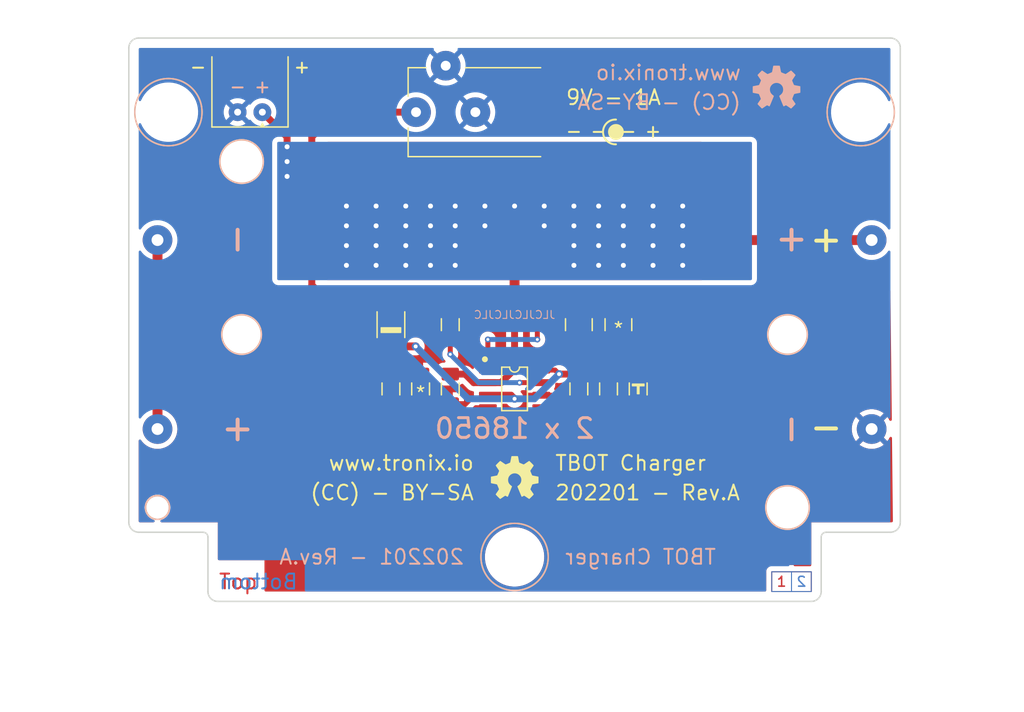
<source format=kicad_pcb>
(kicad_pcb (version 20211014) (generator pcbnew)
  (title_block (title "TBOT - Charger 2x18650") (date "01/2022") (rev "A"))
  (layers (0 "F.Cu" signal) (31 "B.Cu" signal) (34 "B.Paste" user) (35 "F.Paste" user) (36 "B.SilkS" user "B.Silkscreen") (37 "F.SilkS" user "F.Silkscreen") (38 "B.Mask" user) (39 "F.Mask" user) (44 "Edge.Cuts" user))
  (net 0 "")
  (net 1 "GND")
  (net 2 "Net-(IC1-Pad7)")
  (net 3 "Net-(IC1-Pad5)")
  (net 4 "Net-(BT1-Pad1)")
  (net 5 "VBAT")
  (net 6 "VIN")
  (net 7 "Net-(LED1-Pad2)")
  (net 8 "Net-(R4-Pad2)")
  (net 9 "Net-(IC1-Pad1)")
  (net 10 "Net-(IC1-Pad4)")
  (net 11 "Net-(D1-Pad2)")
  (footprint "tronixio:SOD-128" (layer "F.Cu") (at 126.5 73 90)
    (fp_text reference "D1")
    (fp_text value "PMEG3030")
    (fp_line (start -1.3 1.4) (end 1.3 1.4) (layer "F.SilkS") (width 0.15))
    (fp_line (start -1.3 -1.4) (end 1.3 -1.4) (layer "F.SilkS") (width 0.15))
    (fp_rect (start -0.8 1) (end -0.3 -1) (layer "F.SilkS") (width 0.1) (fill solid))
    (pad "1" smd roundrect locked (at -2.2 0 90) (size 1.5 2.1) (layers "F.Cu" "F.Paste" "F.Mask") (roundrect_rratio 0.15) (net 6 "VIN"))
    (pad "2" smd roundrect locked (at 2.2 0 90) (size 1.5 2.1) (layers "F.Cu" "F.Paste" "F.Mask") (roundrect_rratio 0.15) (net 11 "Net-(D1-Pad2)"))
  )
  (footprint "tronixio:RESISTOR-1206" (layer "F.Cu") (at 129.5 79.5 -90)
    (fp_text reference "R6")
    (fp_text value "36K")
    (fp_line (start -0.6 0.9) (end 0.6 0.9) (layer "F.SilkS") (width 0.15))
    (fp_line (start -0.6 -0.9) (end 0.6 -0.9) (layer "F.SilkS") (width 0.15))
    (pad "1" smd roundrect (at -1.5 0 270) (size 1.3 1.75) (layers "F.Cu" "F.Paste" "F.Mask") (roundrect_rratio 0.15) (net 1 "GND"))
    (pad "2" smd roundrect (at 1.5 0 270) (size 1.3 1.75) (layers "F.Cu" "F.Paste" "F.Mask") (roundrect_rratio 0.15) (net 10 "Net-(IC1-Pad4)"))
  )
  (footprint "tronixio:RESISTOR-1206" (layer "F.Cu") (at 126.5 79.5 90)
    (fp_text reference "R5")
    (fp_text value "10K")
    (fp_line (start -0.6 -0.9) (end 0.6 -0.9) (layer "F.SilkS") (width 0.15))
    (fp_line (start -0.6 0.9) (end 0.6 0.9) (layer "F.SilkS") (width 0.15))
    (pad "1" smd roundrect (at -1.5 0 90) (size 1.3 1.75) (layers "F.Cu" "F.Paste" "F.Mask") (roundrect_rratio 0.15) (net 10 "Net-(IC1-Pad4)"))
    (pad "2" smd roundrect (at 1.5 0 90) (size 1.3 1.75) (layers "F.Cu" "F.Paste" "F.Mask") (roundrect_rratio 0.15) (net 6 "VIN"))
  )
  (footprint "tronixio:CAPACITOR-1206" (layer "F.Cu") (at 145.5 79.5 -90)
    (fp_text reference "C1")
    (fp_text value "100n")
    (fp_line (start -0.6 0.9) (end 0.6 0.9) (layer "F.SilkS") (width 0.15))
    (fp_line (start -0.6 -0.9) (end 0.6 -0.9) (layer "F.SilkS") (width 0.15))
    (pad "1" smd roundrect (at -1.5 0 270) (size 1.3 1.75) (layers "F.Cu" "F.Paste" "F.Mask") (roundrect_rratio 0.15) (net 6 "VIN"))
    (pad "2" smd roundrect (at 1.5 0 270) (size 1.3 1.75) (layers "F.Cu" "F.Paste" "F.Mask") (roundrect_rratio 0.15) (net 1 "GND"))
  )
  (footprint "tronixio:RESISTOR-1206" (layer "F.Cu") (at 148.5 79.5 -90)
    (fp_text reference "R1")
    (fp_text value "4K7")
    (fp_line (start -0.6 0.9) (end 0.6 0.9) (layer "F.SilkS") (width 0.15))
    (fp_line (start -0.6 -0.9) (end 0.6 -0.9) (layer "F.SilkS") (width 0.15))
    (pad "1" smd roundrect (at -1.5 0 270) (size 1.3 1.75) (layers "F.Cu" "F.Paste" "F.Mask") (roundrect_rratio 0.15) (net 7 "Net-(LED1-Pad2)"))
    (pad "2" smd roundrect (at 1.5 0 270) (size 1.3 1.75) (layers "F.Cu" "F.Paste" "F.Mask") (roundrect_rratio 0.15) (net 3 "Net-(IC1-Pad5)"))
  )
  (footprint "tronixio:CUI-PJ-102AH" (layer "F.Cu") (at 129.0375 51.5 90)
    (fp_text reference "K1")
    (fp_text value "Charger")
    (fp_line (start 4.5 12.6) (end 4.5 5) (layer "F.SilkS") (width 0.15))
    (fp_line (start -4.5 12.6) (end -4.5 -0.8) (layer "F.SilkS") (width 0.15))
    (fp_line (start -4.5 -0.8) (end -1.6 -0.8) (layer "F.SilkS") (width 0.15))
    (fp_line (start 1.6 -0.8) (end 4.5 -0.8) (layer "F.SilkS") (width 0.15))
    (fp_line (start 4.5 1) (end 4.5 -0.8) (layer "F.SilkS") (width 0.15))
    (pad "1" thru_hole circle locked (at 0 0 90) (size 3 3) (drill 1) (layers *.Cu *.Mask) (net 11 "Net-(D1-Pad2)"))
    (pad "2" thru_hole circle locked (at 0 6 90) (size 3 3) (drill 1) (layers *.Cu *.Mask) (net 1 "GND"))
    (pad "3" thru_hole circle locked (at 4.7 3 90) (size 3 3) (drill 1) (layers *.Cu *.Mask) (net 1 "GND"))
  )
  (footprint "tronixio:CAPACITOR-1206" (layer "F.Cu") (at 132.5 79.5 -90)
    (fp_text reference "C2")
    (fp_text value "1µ")
    (fp_line (start -0.6 0.9) (end 0.6 0.9) (layer "F.SilkS") (width 0.15))
    (fp_line (start -0.6 -0.9) (end 0.6 -0.9) (layer "F.SilkS") (width 0.15))
    (pad "1" smd roundrect (at -1.5 0 270) (size 1.3 1.75) (layers "F.Cu" "F.Paste" "F.Mask") (roundrect_rratio 0.15) (net 5 "VBAT"))
    (pad "2" smd roundrect (at 1.5 0 270) (size 1.3 1.75) (layers "F.Cu" "F.Paste" "F.Mask") (roundrect_rratio 0.15) (net 1 "GND"))
  )
  (footprint "tronixio:SOT-223-3" (layer "F.Cu") (at 139 68.35 90)
    (fp_text reference "T1")
    (fp_text value "STN790A")
    (pad "1" smd roundrect locked (at -3.15 -2.3 90) (size 2 1.5) (layers "F.Cu" "F.Paste" "F.Mask") (roundrect_rratio 0.15) (net 8 "Net-(R4-Pad2)"))
    (pad "2" smd roundrect locked (at 3.15 0 90) (size 2 3.8) (layers "F.Cu" "F.Paste" "F.Mask") (roundrect_rratio 0.15) (net 5 "VBAT"))
    (pad "2" smd roundrect locked (at -3.15 0 90) (size 2 1.5) (layers "F.Cu" "F.Paste" "F.Mask") (roundrect_rratio 0.15) (net 5 "VBAT"))
    (pad "3" smd roundrect locked (at -3.15 2.3 90) (size 2 1.5) (layers "F.Cu" "F.Paste" "F.Mask") (roundrect_rratio 0.15) (net 9 "Net-(IC1-Pad1)"))
  )
  (footprint "tronixio:RESISTOR-1210" (layer "F.Cu") (at 145.5 73 90)
    (fp_text reference "R2")
    (fp_text value "0Ω1")
    (fp_line (start -0.6 1.35) (end 0.6 1.35) (layer "F.SilkS") (width 0.15))
    (fp_line (start -0.6 -1.35) (end 0.6 -1.35) (layer "F.SilkS") (width 0.15))
    (pad "1" smd roundrect (at -1.5 0 90) (size 1.3 2.65) (layers "F.Cu" "F.Paste" "F.Mask") (roundrect_rratio 0.15) (net 6 "VIN"))
    (pad "2" smd roundrect (at 1.5 0 90) (size 1.3 2.65) (layers "F.Cu" "F.Paste" "F.Mask") (roundrect_rratio 0.15) (net 9 "Net-(IC1-Pad1)"))
  )
  (footprint "tronixio:THERMISTOR" (layer "F.Cu") (at 111.39 74 180)
    (fp_text reference "TH1")
    (fp_text value "10K")
    (pad "1" smd roundrect locked (at -4 0 270) (size 1.2 2) (layers "F.Cu" "F.Paste" "F.Mask") (roundrect_rratio 0.15) (net 10 "Net-(IC1-Pad4)"))
    (pad "2" smd roundrect locked (at 4 0 270) (size 1.2 2) (layers "F.Cu" "F.Paste" "F.Mask") (roundrect_rratio 0.15) (net 1 "GND"))
  )
  (footprint "tronixio:LED-1206" (layer "F.Cu") (at 151.5 79.5 90)
    (fp_text reference "LED1")
    (fp_text value "Charging")
    (fp_line (start -0.6 0.9) (end 0.6 0.9) (layer "F.SilkS") (width 0.15))
    (fp_line (start -0.6 -0.9) (end 0.6 -0.9) (layer "F.SilkS") (width 0.15))
    (fp_poly (pts (xy 0.5 0.6) (xy 0.3 0.6) (xy 0.3 0.1) (xy -0.5 0.1) (xy -0.5 -0.1) (xy 0.3 -0.1) (xy 0.3 -0.6) (xy 0.5 -0.6)) (layer "F.SilkS") (width 0.1) (fill solid))
    (pad "1" smd roundrect (at -1.5 0 90) (size 1.3 1.75) (layers "F.Cu" "F.Paste" "F.Mask") (roundrect_rratio 0.15) (net 1 "GND"))
    (pad "2" smd roundrect (at 1.5 0 90) (size 1.3 1.75) (layers "F.Cu" "F.Paste" "F.Mask") (roundrect_rratio 0.15) (net 7 "Net-(LED1-Pad2)"))
  )
  (footprint "tronixio:MOLEX-22057025" (layer "F.Cu") (at 113.5 51.5)
    (fp_text reference "K2")
    (fp_text value "Battery")
    (fp_line (start -5.1 -5.6) (end -5.1 1.5) (layer "F.SilkS") (width 0.15))
    (fp_line (start -5.1 1.5) (end 2.6 1.5) (layer "F.SilkS") (width 0.15))
    (fp_line (start 2.6 1.5) (end 2.6 -5.6) (layer "F.SilkS") (width 0.15))
    (fp_poly (pts (xy 0.2 1.5) (xy -0.2 1.5) (xy 0 1.1)) (layer "F.SilkS") (width 0.1) (fill solid))
    (pad "1" thru_hole circle (at 0 0) (size 1.8 1.8) (drill 0.7) (layers *.Cu *.Mask) (net 5 "VBAT"))
    (pad "2" thru_hole circle (at -2.5 0) (size 1.8 1.8) (drill 0.7) (layers *.Cu *.Mask) (net 1 "GND"))
  )
  (footprint "tronixio:RESISTOR-1210" (layer "F.Cu") (at 149.5 73 90)
    (fp_text reference "R3")
    (fp_text value "0Ω1")
    (fp_line (start -0.6 1.35) (end 0.6 1.35) (layer "F.SilkS") (width 0.15))
    (fp_line (start -0.6 -1.35) (end 0.6 -1.35) (layer "F.SilkS") (width 0.15))
    (pad "1" smd roundrect (at -1.5 0 90) (size 1.3 2.65) (layers "F.Cu" "F.Paste" "F.Mask") (roundrect_rratio 0.15) (net 6 "VIN"))
    (pad "2" smd roundrect (at 1.5 0 90) (size 1.3 2.65) (layers "F.Cu" "F.Paste" "F.Mask") (roundrect_rratio 0.15) (net 9 "Net-(IC1-Pad1)"))
  )
  (footprint "tronixio:SOIC-08" (layer "F.Cu") (at 139 79.5)
    (fp_text reference "IC1")
    (fp_text value "BQ2057W")
    (fp_line (start -0.5 -2.2) (end -1.3 -2.2) (layer "F.SilkS") (width 0.15))
    (fp_line (start 1.3 2.2) (end -1.3 2.2) (layer "F.SilkS") (width 0.15))
    (fp_line (start 1.3 2.2) (end 1.3 -2.2) (layer "F.SilkS") (width 0.15))
    (fp_line (start 1.3 -2.2) (end 0.5 -2.2) (layer "F.SilkS") (width 0.15))
    (fp_line (start -1.3 -2.2) (end -1.3 2.2) (layer "F.SilkS") (width 0.15))
    (fp_arc (start 0.5 -2.2) (mid 0 -1.7) (end -0.5 -2.2) (layer "F.SilkS") (width 0.15))
    (pad "1" smd roundrect locked (at -2.7 -1.905) (size 1.8 0.7) (layers "F.Cu" "F.Paste" "F.Mask") (roundrect_rratio 0.15) (net 9 "Net-(IC1-Pad1)"))
    (pad "2" smd roundrect locked (at -2.7 -0.635) (size 1.8 0.7) (layers "F.Cu" "F.Paste" "F.Mask") (roundrect_rratio 0.15) (net 5 "VBAT"))
    (pad "3" smd roundrect locked (at -2.7 0.635) (size 1.8 0.7) (layers "F.Cu" "F.Paste" "F.Mask") (roundrect_rratio 0.15) (net 6 "VIN"))
    (pad "4" smd roundrect locked (at -2.7 1.905) (size 1.8 0.7) (layers "F.Cu" "F.Paste" "F.Mask") (roundrect_rratio 0.15) (net 10 "Net-(IC1-Pad4)"))
    (pad "5" smd roundrect locked (at 2.7 1.905) (size 1.8 0.7) (layers "F.Cu" "F.Paste" "F.Mask") (roundrect_rratio 0.15) (net 3 "Net-(IC1-Pad5)"))
    (pad "6" smd roundrect locked (at 2.7 0.635) (size 1.8 0.7) (layers "F.Cu" "F.Paste" "F.Mask") (roundrect_rratio 0.15) (net 1 "GND"))
    (pad "7" smd roundrect locked (at 2.7 -0.635) (size 1.8 0.7) (layers "F.Cu" "F.Paste" "F.Mask") (roundrect_rratio 0.15) (net 2 "Net-(IC1-Pad7)"))
    (pad "8" smd roundrect locked (at 2.7 -1.905) (size 1.8 0.7) (layers "F.Cu" "F.Paste" "F.Mask") (roundrect_rratio 0.15) (net 6 "VIN"))
  )
  (footprint "tronixio:RESISTOR-1206" (layer "F.Cu") (at 132.5 73 90)
    (fp_text reference "R4")
    (fp_text value "1K")
    (fp_line (start -0.6 0.9) (end 0.6 0.9) (layer "F.SilkS") (width 0.15))
    (fp_line (start -0.6 -0.9) (end 0.6 -0.9) (layer "F.SilkS") (width 0.15))
    (pad "1" smd roundrect (at -1.5 0 90) (size 1.3 1.75) (layers "F.Cu" "F.Paste" "F.Mask") (roundrect_rratio 0.15) (net 2 "Net-(IC1-Pad7)"))
    (pad "2" smd roundrect (at 1.5 0 90) (size 1.3 1.75) (layers "F.Cu" "F.Paste" "F.Mask") (roundrect_rratio 0.15) (net 8 "Net-(R4-Pad2)"))
  )
  (footprint "tronixio:OSHW-5MM" (layer "F.Cu") (at 139 88.5)
    (fp_text reference "GB" hide)
    (fp_text value "LOGO" hide)
    (fp_poly (pts (xy 0.112503 -2.205305) (xy 0.188585 -2.204991) (xy 0.245175 -2.204139) (xy 0.285349 -2.202485) (xy 0.312183 -2.19976) (xy 0.328754 -2.195697) (xy 0.338137 -2.190029) (xy 0.343407 -2.182489) (xy 0.346067 -2.176502) (xy 0.351819 -2.155872) (xy 0.361219 -2.114019) (xy 0.373445 -2.054971) (xy 0.387673 -1.982754) (xy 0.403082 -1.901397) (xy 0.410766 -1.859685) (xy 0.426304 -1.776128) (xy 0.440921 -1.700487) (xy 0.453831 -1.636607) (xy 0.464245 -1.58833) (xy 0.471376 -1.559501) (xy 0.473495 -1.553524) (xy 0.487624 -1.543829) (xy 0.520987 -1.52669) (xy 0.568967 -1.504087) (xy 0.626948 -1.477998) (xy 0.690314 -1.450405) (xy 0.754449 -1.423285) (xy 0.814737 -1.398618) (xy 0.866561 -1.378383) (xy 0.905305 -1.36456) (xy 0.926354 -1.359128) (xy 0.92691 -1.359112) (xy 0.941518 -1.366107) (xy 0.97411 -1.385773) (xy 1.021624 -1.416127) (xy 1.080997 -1.455189) (xy 1.149167 -1.500978) (xy 1.204337 -1.538617) (xy 1.276991 -1.58813) (xy 1.343025 -1.632413) (xy 1.399403 -1.669487) (xy 1.443088 -1.697374) (xy 1.471043 -1.714097) (xy 1.47988 -1.718122) (xy 1.493641 -1.709282) (xy 1.521915 -1.684807) (xy 1.561669 -1.647768) (xy 1.609873 -1.601234) (xy 1.663495 -1.548276) (xy 1.719505 -1.491962) (xy 1.774871 -1.435363) (xy 1.826562 -1.381549) (xy 1.871548 -1.33359) (xy 1.906797 -1.294555) (xy 1.929278 -1.267514) (xy 1.936093 -1.256075) (xy 1.930212 -1.239792) (xy 1.912193 -1.207543) (xy 1.881475 -1.158462) (xy 1.837495 -1.091686) (xy 1.779689 -1.00635) (xy 1.707495 -0.901591) (xy 1.671879 -0.850344) (xy 1.638824 -0.80126) (xy 1.612148 -0.758563) (xy 1.594893 -0.727324) (xy 1.589904 -0.713655) (xy 1.594754 -0.697334) (xy 1.608013 -0.662128) (xy 1.62775 -0.612617) (xy 1.652031 -0.55338) (xy 1.678922 -0.488996) (xy 1.706491 -0.424047) (xy 1.732803 -0.363111) (xy 1.755927 -0.310768) (xy 1.773928 -0.271598) (xy 1.784874 -0.25018) (xy 1.786526 -0.247868) (xy 1.800495 -0.243726) (xy 1.836105 -0.235699) (xy 1.889773 -0.224522) (xy 1.957915 -0.210929) (xy 2.036948 -0.195656) (xy 2.090365 -0.185568) (xy 2.175183 -0.169544) (xy 2.252099 -0.15474) (xy 2.317349 -0.141901) (xy 2.367173 -0.131773) (xy 2.397809 -0.125104) (xy 2.405431 -0.123066) (xy 2.411063 -0.116814) (xy 2.415426 -0.101095) (xy 2.418668 -0.073197) (xy 2.420933 -0.030409) (xy 2.422366 0.02998) (xy 2.423114 0.110684) (xy 2.423321 0.210293) (xy 2.423202 0.310587) (xy 2.422711 0.388201) (xy 2.421649 0.446096) (xy 2.419816 0.487237) (xy 2.417013 0.514584) (xy 2.41304 0.531101) (xy 2.407697 0.53975) (xy 2.400883 0.543466) (xy 2.378661 0.548625) (xy 2.338314 0.556746) (xy 2.286985 0.566415) (xy 2.263049 0.570744) (xy 2.127407 0.595376) (xy 2.016332 0.616479) (xy 1.929018 0.634225) (xy 1.864656 0.64879) (xy 1.82244 0.660347) (xy 1.801562 0.66907) (xy 1.79987 0.670496) (xy 1.791465 0.686078) (xy 1.775685 0.720992) (xy 1.754362 0.770707) (xy 1.729327 0.830694) (xy 1.702414 0.896422) (xy 1.675454 0.96336) (xy 1.650281 1.026979) (xy 1.628726 1.082748) (xy 1.612622 1.126137) (xy 1.603801 1.152615) (xy 1.602692 1.157988) (xy 1.610028 1.172767) (xy 1.63143 1.207108) (xy 1.666036 1.259722) (xy 1.712983 1.329322) (xy 1.771408 1.414621) (xy 1.840447 1.51433) (xy 1.867654 1.553391) (xy 1.897811 1.599113) (xy 1.921185 1.639288) (xy 1.934376 1.667841) (xy 1.936093 1.675677) (xy 1.927103 1.692014) (xy 1.901418 1.723855) (xy 1.860965 1.769075) (xy 1.807672 1.82555) (xy 1.743466 1.891154) (xy 1.71296 1.921664) (xy 1.643302 1.990709) (xy 1.589314 2.043494) (xy 1.548612 2.081971) (xy 1.518813 2.108091) (xy 1.497532 2.123805) (xy 1.482386 2.131066) (xy 1.470991 2.131825) (xy 1.460964 2.128033) (xy 1.460917 2.128008) (xy 1.441892 2.116253) (xy 1.405419 2.09234) (xy 1.355138 2.058707) (xy 1.294686 2.017792) (xy 1.227702 1.972033) (xy 1.210483 1.960205) (xy 1.143557 1.914694) (xy 1.083189 1.874607) (xy 1.032748 1.842104) (xy 0.995605 1.819344) (xy 0.975129 1.808488) (xy 0.972784 1.807875) (xy 0.955044 1.813477) (xy 0.920428 1.82855) (xy 0.874685 1.850498) (xy 0.843591 1.866246) (xy 0.794692 1.890329) (xy 0.754091 1.908142) (xy 0.727189 1.917434) (xy 0.719661 1.917874) (xy 0.71184 1.904564) (xy 0.695873 1.87093) (xy 0.673276 1.820398) (xy 0.645566 1.756397) (xy 0.614262 1.682354) (xy 0.595951 1.638326) (xy 0.555205 1.539832) (xy 0.509885 1.430374) (xy 0.463588 1.318629) (xy 0.419909 1.213275) (xy 0.382617 1.123407) (xy 0.352192 1.049365) (xy 0.325466 0.982847) (xy 0.303922 0.927668) (xy 0.289044 0.887646) (xy 0.282318 0.866596) (xy 0.28208 0.86489) (xy 0.291868 0.850064) (xy 0.317767 0.825757) (xy 0.354572 0.796754) (xy 0.362216 0.791216) (xy 0.47362 0.699405) (xy 0.560778 0.600114) (xy 0.624272 0.492284) (xy 0.664684 0.374854) (xy 0.682594 0.246763) (xy 0.683668 0.205149) (xy 0.672966 0.079705) (xy 0.639876 -0.035509) (xy 0.583362 -0.143051) (xy 0.502387 -0.245478) (xy 0.500128 -0.247901) (xy 0.404266 -0.332655) (xy 0.297367 -0.395917) (xy 0.182586 -0.437559) (xy 0.063074 -0.45745) (xy -0.058015 -0.455461) (xy -0.177529 -0.431461) (xy -0.292317 -0.38532) (xy -0.399224 -0.316909) (xy -0.435557 -0.286461) (xy -0.524789 -0.19034) (xy -0.590858 -0.083248) (xy -0.63358 0.034398) (xy -0.65277 0.162186) (xy -0.653912 0.203806) (xy -0.64477 0.331905) (xy -0.616397 0.446756) (xy -0.567372 0.551025) (xy -0.496276 0.647379) (xy -0.401689 0.738486) (xy -0.345898 0.782346) (xy -0.305473 0.814275) (xy -0.274554 0.84243) (xy -0.257973 0.862253) (xy -0.256436 0.866724) (xy -0.261189 0.882472) (xy -0.274692 0.919019) (xy -0.295811 0.973504) (xy -0.323413 1.043065) (xy -0.356365 1.124837) (xy -0.393532 1.21596) (xy -0.424781 1.291835) (xy -0.466473 1.392714) (xy -0.506757 1.490316) (xy -0.54414 1.581016) (xy -0.57713 1.661187) (xy -0.604234 1.727202) (xy -0.623959 1.775436) (xy -0.631922 1.795053) (xy -0.656173 1.85428) (xy -0.675445 1.89208) (xy -0.695005 1.910535) (xy -0.720119 1.911726) (xy -0.756055 1.897735) (xy -0.80808 1.870643) (xy -0.814523 1.867212) (xy -0.863833 1.841835) (xy -0.905672 1.821875) (xy -0.934272 1.810004) (xy -0.942679 1.807875) (xy -0.957624 1.814831) (xy -0.990452 1.834339) (xy -1.037961 1.864353) (xy -1.096948 1.902829) (xy -1.164211 1.947723) (xy -1.20379 1.974558) (xy -1.273782 2.022017) (xy -1.336742 2.064219) (xy -1.389581 2.099132) (xy -1.429212 2.124728) (xy -1.452547 2.138976) (xy -1.457362 2.141242) (xy -1.468597 2.132572) (xy -1.495354 2.108206) (xy -1.53505 2.070611) (xy -1.585104 2.022252) (xy -1.642932 1.965596) (xy -1.688443 1.920545) (xy -1.754363 1.854061) (xy -1.811428 1.794627) (xy -1.857492 1.744605) (xy -1.890411 1.706358) (xy -1.908038 1.682247) (xy -1.910449 1.676115) (xy -1.903342 1.656709) (xy -1.88402 1.621725) (xy -1.855484 1.576225) (xy -1.822794 1.528185) (xy -1.761853 1.44109) (xy -1.706889 1.361082) (xy -1.659529 1.29063) (xy -1.621397 1.232204) (xy -1.594118 1.188276) (xy -1.579316 1.161316) (xy -1.577082 1.154608) (xy -1.581837 1.136716) (xy -1.594857 1.099854) (xy -1.614275 1.048609) (xy -1.638222 0.987568) (xy -1.664831 0.921316) (xy -1.692235 0.854442) (xy -1.718566 0.791531) (xy -1.741957 0.737171) (xy -1.76054 0.695948) (xy -1.772447 0.672449) (xy -1.774702 0.66925) (xy -1.791569 0.66222) (xy -1.829891 0.651729) (xy -1.885847 0.638647) (xy -1.955617 0.623842) (xy -2.035381 0.608183) (xy -2.07828 0.60022) (xy -2.161621 0.584627) (xy -2.236906 0.569745) (xy -2.300315 0.556391) (xy -2.348033 0.545387) (xy -2.37624 0.537551) (xy -2.381867 0.535051) (xy -2.387099 0.524908) (xy -2.390991 0.502231) (xy -2.393638 0.46456) (xy -2.395134 0.409435) (xy -2.395573 0.334397) (xy -2.39505 0.236985) (xy -2.394689 0.200194) (xy -2.391267 -0.121807) (xy -2.282282 -0.143659) (xy -2.229898 -0.153965) (xy -2.160108 -0.167419) (xy -2.080727 -0.182526) (xy -1.999569 -0.197795) (xy -1.970053 -0.203298) (xy -1.900658 -0.216734) (xy -1.840162 -0.229455) (xy -1.793065 -0.240437) (xy -1.763866 -0.248652) (xy -1.756665 -0.251967) (xy -1.746988 -0.268752) (xy -1.729936 -0.304533) (xy -1.707477 -0.354612) (xy -1.681582 -0.414291) (xy -1.654218 -0.478872) (xy -1.627353 -0.543658) (xy -1.602957 -0.60395) (xy -1.582998 -0.65505) (xy -1.569445 -0.692261) (xy -1.564266 -0.710885) (xy -1.564261 -0.711124) (xy -1.571273 -0.727773) (xy -1.590937 -0.762151) (xy -1.621195 -0.810982) (xy -1.659988 -0.870991) (xy -1.705259 -0.938901) (xy -1.732615 -0.979077) (xy -1.780965 -1.050145) (xy -1.82446 -1.115201) (xy -1.860949 -1.170937) (xy -1.888284 -1.214046) (xy -1.904314 -1.24122) (xy -1.907531 -1.248169) (xy -1.904717 -1.261112) (xy -1.890381 -1.283286) (xy -1.863069 -1.316351) (xy -1.821325 -1.361969) (xy -1.763692 -1.421801) (xy -1.691232 -1.494988) (xy -1.628982 -1.55669) (xy -1.572135 -1.611849) (xy -1.523344 -1.657988) (xy -1.485263 -1.692627) (xy -1.460542 -1.713289) (xy -1.452414 -1.718122) (xy -1.437782 -1.711105) (xy -1.405251 -1.6914) (xy -1.357928 -1.661025) (xy -1.298923 -1.621998) (xy -1.231343 -1.576338) (xy -1.183018 -1.543181) (xy -1.111112 -1.493886) (xy -1.04544 -1.44951) (xy -0.989183 -1.41215) (xy -0.945519 -1.383901) (xy -0.917627 -1.36686) (xy -0.90944 -1.362781) (xy -0.891885 -1.365776) (xy -0.855505 -1.377082) (xy -0.805012 -1.394838) (xy -0.745121 -1.417183) (xy -0.680546 -1.442257) (xy -0.616001 -1.468199) (xy -0.5562 -1.493147) (xy -0.505857 -1.515243) (xy -0.469686 -1.532623) (xy -0.45278 -1.543038) (xy -0.446293 -1.559308) (xy -0.436108 -1.597206) (xy -0.423041 -1.653118) (xy -0.407909 -1.723429) (xy -0.391528 -1.804525) (xy -0.378917 -1.870225) (xy -0.362481 -1.956759) (xy -0.347254 -2.035011) (xy -0.333961 -2.101421) (xy -0.323321 -2.152432) (xy -0.316058 -2.184486) (xy -0.31324 -2.193976) (xy -0.299005 -2.197095) (xy -0.262664 -2.199887) (xy -0.207755 -2.20223) (xy -0.137813 -2.204) (xy -0.056376 -2.205075) (xy 0.013853 -2.205351)) (layer "F.SilkS") (width 0) (fill solid))
  )
  (footprint "tronixio:M3-MASK" (layer "B.Cu") (at 174 51.5 180)
    (fp_text reference "H3" hide)
    (fp_text value "MOUNTING-HOLE-MASK-3MM" hide)
    (fp_circle (center 0 0) (end 3.4 0) (layer "B.SilkS") (width 0.15) (fill none))
    (fp_circle (center 0 0) (end 3.4 0) (layer "F.SilkS") (width 0.15) (fill none))
    (pad "" np_thru_hole circle (at 0 0 180) (size 3 3) (drill 3) (layers F&B.Cu *.Mask) (clearance 1.5))
  )
  (footprint "tronixio:OSHW-5MM" (layer "B.Cu") (at 165.5 49 180)
    (fp_text reference "GT" hide)
    (fp_text value "LOGO" hide)
    (fp_poly (pts (xy 0.112503 2.205305) (xy 0.188585 2.204991) (xy 0.245175 2.204139) (xy 0.285349 2.202485) (xy 0.312183 2.19976) (xy 0.328754 2.195697) (xy 0.338137 2.190029) (xy 0.343407 2.182489) (xy 0.346067 2.176502) (xy 0.351819 2.155872) (xy 0.361219 2.114019) (xy 0.373445 2.054971) (xy 0.387673 1.982754) (xy 0.403082 1.901397) (xy 0.410766 1.859685) (xy 0.426304 1.776128) (xy 0.440921 1.700487) (xy 0.453831 1.636607) (xy 0.464245 1.58833) (xy 0.471376 1.559501) (xy 0.473495 1.553524) (xy 0.487624 1.543829) (xy 0.520987 1.52669) (xy 0.568967 1.504087) (xy 0.626948 1.477998) (xy 0.690314 1.450405) (xy 0.754449 1.423285) (xy 0.814737 1.398618) (xy 0.866561 1.378383) (xy 0.905305 1.36456) (xy 0.926354 1.359128) (xy 0.92691 1.359112) (xy 0.941518 1.366107) (xy 0.97411 1.385773) (xy 1.021624 1.416127) (xy 1.080997 1.455189) (xy 1.149167 1.500978) (xy 1.204337 1.538617) (xy 1.276991 1.58813) (xy 1.343025 1.632413) (xy 1.399403 1.669487) (xy 1.443088 1.697374) (xy 1.471043 1.714097) (xy 1.47988 1.718122) (xy 1.493641 1.709282) (xy 1.521915 1.684807) (xy 1.561669 1.647768) (xy 1.609873 1.601234) (xy 1.663495 1.548276) (xy 1.719505 1.491962) (xy 1.774871 1.435363) (xy 1.826562 1.381549) (xy 1.871548 1.33359) (xy 1.906797 1.294555) (xy 1.929278 1.267514) (xy 1.936093 1.256075) (xy 1.930212 1.239792) (xy 1.912193 1.207543) (xy 1.881475 1.158462) (xy 1.837495 1.091686) (xy 1.779689 1.00635) (xy 1.707495 0.901591) (xy 1.671879 0.850344) (xy 1.638824 0.80126) (xy 1.612148 0.758563) (xy 1.594893 0.727324) (xy 1.589904 0.713655) (xy 1.594754 0.697334) (xy 1.608013 0.662128) (xy 1.62775 0.612617) (xy 1.652031 0.55338) (xy 1.678922 0.488996) (xy 1.706491 0.424047) (xy 1.732803 0.363111) (xy 1.755927 0.310768) (xy 1.773928 0.271598) (xy 1.784874 0.25018) (xy 1.786526 0.247868) (xy 1.800495 0.243726) (xy 1.836105 0.235699) (xy 1.889773 0.224522) (xy 1.957915 0.210929) (xy 2.036948 0.195656) (xy 2.090365 0.185568) (xy 2.175183 0.169544) (xy 2.252099 0.15474) (xy 2.317349 0.141901) (xy 2.367173 0.131773) (xy 2.397809 0.125104) (xy 2.405431 0.123066) (xy 2.411063 0.116814) (xy 2.415426 0.101095) (xy 2.418668 0.073197) (xy 2.420933 0.030409) (xy 2.422366 -0.02998) (xy 2.423114 -0.110684) (xy 2.423321 -0.210293) (xy 2.423202 -0.310587) (xy 2.422711 -0.388201) (xy 2.421649 -0.446096) (xy 2.419816 -0.487237) (xy 2.417013 -0.514584) (xy 2.41304 -0.531101) (xy 2.407697 -0.53975) (xy 2.400883 -0.543466) (xy 2.378661 -0.548625) (xy 2.338314 -0.556746) (xy 2.286985 -0.566415) (xy 2.263049 -0.570744) (xy 2.127407 -0.595376) (xy 2.016332 -0.616479) (xy 1.929018 -0.634225) (xy 1.864656 -0.64879) (xy 1.82244 -0.660347) (xy 1.801562 -0.66907) (xy 1.79987 -0.670496) (xy 1.791465 -0.686078) (xy 1.775685 -0.720992) (xy 1.754362 -0.770707) (xy 1.729327 -0.830694) (xy 1.702414 -0.896422) (xy 1.675454 -0.96336) (xy 1.650281 -1.026979) (xy 1.628726 -1.082748) (xy 1.612622 -1.126137) (xy 1.603801 -1.152615) (xy 1.602692 -1.157988) (xy 1.610028 -1.172767) (xy 1.63143 -1.207108) (xy 1.666036 -1.259722) (xy 1.712983 -1.329322) (xy 1.771408 -1.414621) (xy 1.840447 -1.51433) (xy 1.867654 -1.553391) (xy 1.897811 -1.599113) (xy 1.921185 -1.639288) (xy 1.934376 -1.667841) (xy 1.936093 -1.675677) (xy 1.927103 -1.692014) (xy 1.901418 -1.723855) (xy 1.860965 -1.769075) (xy 1.807672 -1.82555) (xy 1.743466 -1.891154) (xy 1.71296 -1.921664) (xy 1.643302 -1.990709) (xy 1.589314 -2.043494) (xy 1.548612 -2.081971) (xy 1.518813 -2.108091) (xy 1.497532 -2.123805) (xy 1.482386 -2.131066) (xy 1.470991 -2.131825) (xy 1.460964 -2.128033) (xy 1.460917 -2.128008) (xy 1.441892 -2.116253) (xy 1.405419 -2.09234) (xy 1.355138 -2.058707) (xy 1.294686 -2.017792) (xy 1.227702 -1.972033) (xy 1.210483 -1.960205) (xy 1.143557 -1.914694) (xy 1.083189 -1.874607) (xy 1.032748 -1.842104) (xy 0.995605 -1.819344) (xy 0.975129 -1.808488) (xy 0.972784 -1.807875) (xy 0.955044 -1.813477) (xy 0.920428 -1.82855) (xy 0.874685 -1.850498) (xy 0.843591 -1.866246) (xy 0.794692 -1.890329) (xy 0.754091 -1.908142) (xy 0.727189 -1.917434) (xy 0.719661 -1.917874) (xy 0.71184 -1.904564) (xy 0.695873 -1.87093) (xy 0.673276 -1.820398) (xy 0.645566 -1.756397) (xy 0.614262 -1.682354) (xy 0.595951 -1.638326) (xy 0.555205 -1.539832) (xy 0.509885 -1.430374) (xy 0.463588 -1.318629) (xy 0.419909 -1.213275) (xy 0.382617 -1.123407) (xy 0.352192 -1.049365) (xy 0.325466 -0.982847) (xy 0.303922 -0.927668) (xy 0.289044 -0.887646) (xy 0.282318 -0.866596) (xy 0.28208 -0.86489) (xy 0.291868 -0.850064) (xy 0.317767 -0.825757) (xy 0.354572 -0.796754) (xy 0.362216 -0.791216) (xy 0.47362 -0.699405) (xy 0.560778 -0.600114) (xy 0.624272 -0.492284) (xy 0.664684 -0.374854) (xy 0.682594 -0.246763) (xy 0.683668 -0.205149) (xy 0.672966 -0.079705) (xy 0.639876 0.035509) (xy 0.583362 0.143051) (xy 0.502387 0.245478) (xy 0.500128 0.247901) (xy 0.404266 0.332655) (xy 0.297367 0.395917) (xy 0.182586 0.437559) (xy 0.063074 0.45745) (xy -0.058015 0.455461) (xy -0.177529 0.431461) (xy -0.292317 0.38532) (xy -0.399224 0.316909) (xy -0.435557 0.286461) (xy -0.524789 0.19034) (xy -0.590858 0.083248) (xy -0.63358 -0.034398) (xy -0.65277 -0.162186) (xy -0.653912 -0.203806) (xy -0.64477 -0.331905) (xy -0.616397 -0.446756) (xy -0.567372 -0.551025) (xy -0.496276 -0.647379) (xy -0.401689 -0.738486) (xy -0.345898 -0.782346) (xy -0.305473 -0.814275) (xy -0.274554 -0.84243) (xy -0.257973 -0.862253) (xy -0.256436 -0.866724) (xy -0.261189 -0.882472) (xy -0.274692 -0.919019) (xy -0.295811 -0.973504) (xy -0.323413 -1.043065) (xy -0.356365 -1.124837) (xy -0.393532 -1.21596) (xy -0.424781 -1.291835) (xy -0.466473 -1.392714) (xy -0.506757 -1.490316) (xy -0.54414 -1.581016) (xy -0.57713 -1.661187) (xy -0.604234 -1.727202) (xy -0.623959 -1.775436) (xy -0.631922 -1.795053) (xy -0.656173 -1.85428) (xy -0.675445 -1.89208) (xy -0.695005 -1.910535) (xy -0.720119 -1.911726) (xy -0.756055 -1.897735) (xy -0.80808 -1.870643) (xy -0.814523 -1.867212) (xy -0.863833 -1.841835) (xy -0.905672 -1.821875) (xy -0.934272 -1.810004) (xy -0.942679 -1.807875) (xy -0.957624 -1.814831) (xy -0.990452 -1.834339) (xy -1.037961 -1.864353) (xy -1.096948 -1.902829) (xy -1.164211 -1.947723) (xy -1.20379 -1.974558) (xy -1.273782 -2.022017) (xy -1.336742 -2.064219) (xy -1.389581 -2.099132) (xy -1.429212 -2.124728) (xy -1.452547 -2.138976) (xy -1.457362 -2.141242) (xy -1.468597 -2.132572) (xy -1.495354 -2.108206) (xy -1.53505 -2.070611) (xy -1.585104 -2.022252) (xy -1.642932 -1.965596) (xy -1.688443 -1.920545) (xy -1.754363 -1.854061) (xy -1.811428 -1.794627) (xy -1.857492 -1.744605) (xy -1.890411 -1.706358) (xy -1.908038 -1.682247) (xy -1.910449 -1.676115) (xy -1.903342 -1.656709) (xy -1.88402 -1.621725) (xy -1.855484 -1.576225) (xy -1.822794 -1.528185) (xy -1.761853 -1.44109) (xy -1.706889 -1.361082) (xy -1.659529 -1.29063) (xy -1.621397 -1.232204) (xy -1.594118 -1.188276) (xy -1.579316 -1.161316) (xy -1.577082 -1.154608) (xy -1.581837 -1.136716) (xy -1.594857 -1.099854) (xy -1.614275 -1.048609) (xy -1.638222 -0.987568) (xy -1.664831 -0.921316) (xy -1.692235 -0.854442) (xy -1.718566 -0.791531) (xy -1.741957 -0.737171) (xy -1.76054 -0.695948) (xy -1.772447 -0.672449) (xy -1.774702 -0.66925) (xy -1.791569 -0.66222) (xy -1.829891 -0.651729) (xy -1.885847 -0.638647) (xy -1.955617 -0.623842) (xy -2.035381 -0.608183) (xy -2.07828 -0.60022) (xy -2.161621 -0.584627) (xy -2.236906 -0.569745) (xy -2.300315 -0.556391) (xy -2.348033 -0.545387) (xy -2.37624 -0.537551) (xy -2.381867 -0.535051) (xy -2.387099 -0.524908) (xy -2.390991 -0.502231) (xy -2.393638 -0.46456) (xy -2.395134 -0.409435) (xy -2.395573 -0.334397) (xy -2.39505 -0.236985) (xy -2.394689 -0.200194) (xy -2.391267 0.121807) (xy -2.282282 0.143659) (xy -2.229898 0.153965) (xy -2.160108 0.167419) (xy -2.080727 0.182526) (xy -1.999569 0.197795) (xy -1.970053 0.203298) (xy -1.900658 0.216734) (xy -1.840162 0.229455) (xy -1.793065 0.240437) (xy -1.763866 0.248652) (xy -1.756665 0.251967) (xy -1.746988 0.268752) (xy -1.729936 0.304533) (xy -1.707477 0.354612) (xy -1.681582 0.414291) (xy -1.654218 0.478872) (xy -1.627353 0.543658) (xy -1.602957 0.60395) (xy -1.582998 0.65505) (xy -1.569445 0.692261) (xy -1.564266 0.710885) (xy -1.564261 0.711124) (xy -1.571273 0.727773) (xy -1.590937 0.762151) (xy -1.621195 0.810982) (xy -1.659988 0.870991) (xy -1.705259 0.938901) (xy -1.732615 0.979077) (xy -1.780965 1.050145) (xy -1.82446 1.115201) (xy -1.860949 1.170937) (xy -1.888284 1.214046) (xy -1.904314 1.24122) (xy -1.907531 1.248169) (xy -1.904717 1.261112) (xy -1.890381 1.283286) (xy -1.863069 1.316351) (xy -1.821325 1.361969) (xy -1.763692 1.421801) (xy -1.691232 1.494988) (xy -1.628982 1.55669) (xy -1.572135 1.611849) (xy -1.523344 1.657988) (xy -1.485263 1.692627) (xy -1.460542 1.713289) (xy -1.452414 1.718122) (xy -1.437782 1.711105) (xy -1.405251 1.6914) (xy -1.357928 1.661025) (xy -1.298923 1.621998) (xy -1.231343 1.576338) (xy -1.183018 1.543181) (xy -1.111112 1.493886) (xy -1.04544 1.44951) (xy -0.989183 1.41215) (xy -0.945519 1.383901) (xy -0.917627 1.36686) (xy -0.90944 1.362781) (xy -0.891885 1.365776) (xy -0.855505 1.377082) (xy -0.805012 1.394838) (xy -0.745121 1.417183) (xy -0.680546 1.442257) (xy -0.616001 1.468199) (xy -0.5562 1.493147) (xy -0.505857 1.515243) (xy -0.469686 1.532623) (xy -0.45278 1.543038) (xy -0.446293 1.559308) (xy -0.436108 1.597206) (xy -0.423041 1.653118) (xy -0.407909 1.723429) (xy -0.391528 1.804525) (xy -0.378917 1.870225) (xy -0.362481 1.956759) (xy -0.347254 2.035011) (xy -0.333961 2.101421) (xy -0.323321 2.152432) (xy -0.316058 2.184486) (xy -0.31324 2.193976) (xy -0.299005 2.197095) (xy -0.262664 2.199887) (xy -0.207755 2.20223) (xy -0.137813 2.204) (xy -0.056376 2.205075) (xy 0.013853 2.205351)) (layer "B.SilkS") (width 0) (fill solid))
  )
  (footprint "tronixio:M3-MASK" (layer "B.Cu") (at 104 51.5 90)
    (fp_text reference "H1" hide)
    (fp_text value "MOUNTING-HOLE-MASK-3MM" hide)
    (fp_circle (center 0 0) (end 3.4 0) (layer "B.SilkS") (width 0.15) (fill none))
    (fp_circle (center 0 0) (end 3.4 0) (layer "F.SilkS") (width 0.15) (fill none))
    (pad "" np_thru_hole circle (at 0 0 90) (size 3 3) (drill 3) (layers F&B.Cu *.Mask) (clearance 1.5))
  )
  (footprint "tronixio:M3-MASK" (layer "B.Cu") (at 139 96.5 90)
    (fp_text reference "H2" hide)
    (fp_text value "MOUNTING-HOLE-MASK-3MM" hide)
    (fp_circle (center 0 0) (end 3.4 0) (layer "B.SilkS") (width 0.15) (fill none))
    (fp_circle (center 0 0) (end 3.4 0) (layer "F.SilkS") (width 0.15) (fill none))
    (pad "" np_thru_hole circle (at 0 0 90) (size 3 3) (drill 3) (layers F&B.Cu *.Mask) (clearance 1.5))
  )
  (footprint "tronixio:KEYSTONE-1049" (layer "B.Cu") (at 139 74 90)
    (fp_text reference "BT1")
    (fp_text value "18650")
    (fp_line (start -10.6 -28) (end -8.6 -28) (layer "B.SilkS") (width 0.4))
    (fp_line (start 8.6 28) (end 10.6 28) (layer "B.SilkS") (width 0.4))
    (fp_line (start 9.6 27) (end 9.6 29) (layer "B.SilkS") (width 0.4))
    (fp_line (start -9.6 -29) (end -9.6 -27) (layer "B.SilkS") (width 0.4))
    (fp_line (start 8.6 -28) (end 10.6 -28) (layer "B.SilkS") (width 0.4))
    (fp_line (start -10.6 28) (end -8.6 28) (layer "B.SilkS") (width 0.4))
    (fp_circle (center -17.5 27.6) (end -15.3 27.6) (layer "B.SilkS") (width 0.15) (fill none))
    (fp_circle (center -17.5 -36.1) (end -16.3 -36.1) (layer "B.SilkS") (width 0.15) (fill none))
    (fp_circle (center 0 27.6) (end 2 27.6) (layer "B.SilkS") (width 0.15) (fill none))
    (fp_circle (center 17.5 -27.6) (end 19.7 -27.6) (layer "B.SilkS") (width 0.15) (fill none))
    (fp_circle (center 0 -27.6) (end 2 -27.6) (layer "B.SilkS") (width 0.15) (fill none))
    (fp_circle (center 0 27.6) (end 2 27.6) (layer "F.SilkS") (width 0.15) (fill none))
    (fp_circle (center 0 -27.6) (end 2 -27.6) (layer "F.SilkS") (width 0.15) (fill none))
    (fp_circle (center 17.5 -27.6) (end 19.7 -27.6) (layer "F.SilkS") (width 0.15) (fill none))
    (fp_circle (center -17.5 27.6) (end -15.3 27.6) (layer "F.SilkS") (width 0.15) (fill none))
    (fp_circle (center -17.5 -36.1) (end -16.3 -36.1) (layer "F.SilkS") (width 0.15) (fill none))
    (pad "" np_thru_hole circle locked (at 0 27.6 90) (size 3 3) (drill 3) (layers F&B.Cu *.Mask))
    (pad "" np_thru_hole circle locked (at -17.5 27.6 90) (size 3.5 3.5) (drill 3.5) (layers F&B.Cu *.Mask))
    (pad "" np_thru_hole circle locked (at 0 -27.6 90) (size 3 3) (drill 3) (layers F&B.Cu *.Mask))
    (pad "" np_thru_hole circle locked (at -17.5 -36.1 90) (size 1.6 1.6) (drill 1.6) (layers F&B.Cu *.Mask))
    (pad "" np_thru_hole circle locked (at 17.5 -27.6 90) (size 3.5 3.5) (drill 3.5) (layers F&B.Cu *.Mask))
    (pad "1" thru_hole circle locked (at 9.56 -36.1 90) (size 3 3) (drill 1.2) (layers *.Cu *.Mask) (net 4 "Net-(BT1-Pad1)"))
    (pad "2" thru_hole circle locked (at 9.56 36.1 90) (size 3 3) (drill 1.2) (layers *.Cu *.Mask) (net 5 "VBAT"))
    (pad "3" thru_hole circle locked (at -9.56 36.1 90) (size 3 3) (drill 1.2) (layers *.Cu *.Mask) (net 1 "GND"))
    (pad "4" thru_hole circle locked (at -9.56 -36.1 90) (size 3 3) (drill 1.2) (layers *.Cu *.Mask) (net 4 "Net-(BT1-Pad1)"))
  )
  (gr_rect (start 165 100) (end 169 98) (layer "F.Cu") (width 0.1) (fill none))
  (gr_line (start 167 100) (end 167 98) (layer "F.Cu") (width 0.1))
  (gr_line (start 167 100) (end 167 98) (layer "B.Cu") (width 0.1))
  (gr_rect (start 165 100) (end 169 98) (layer "B.Cu") (width 0.1) (fill none))
  (gr_line (start 113.5 48.5) (end 113.5 49.5) (layer "B.SilkS") (width 0.2))
  (gr_line (start 110.5 49) (end 111.5 49) (layer "B.SilkS") (width 0.2))
  (gr_line (start 114 49) (end 113 49) (layer "B.SilkS") (width 0.2))
  (gr_line (start 169.5 83.5) (end 171.5 83.5) (layer "F.SilkS") (width 0.4))
  (gr_line (start 147 53.5) (end 147.94365 53.5) (layer "F.SilkS") (width 0.2))
  (gr_line (start 106.5 47) (end 107.5 47) (layer "F.SilkS") (width 0.2))
  (gr_circle (center 149.25 53.5) (end 148.5 53.5) (layer "F.SilkS") (width 0.1) (fill solid))
  (gr_line (start 118 47) (end 117 47) (layer "F.SilkS") (width 0.2))
  (gr_line (start 151 53.5) (end 150 53.5) (layer "F.SilkS") (width 0.2))
  (gr_line (start 153 54) (end 153 53) (layer "F.SilkS") (width 0.2))
  (gr_line (start 153.5 53.5) (end 152.5 53.5) (layer "F.SilkS") (width 0.2))
  (gr_line (start 169.5 64.5) (end 171.5 64.5) (layer "F.SilkS") (width 0.4))
  (gr_line (start 145.5 53.5) (end 144.5 53.5) (layer "F.SilkS") (width 0.2))
  (gr_line (start 117.5 46.5) (end 117.5 47.5) (layer "F.SilkS") (width 0.2))
  (gr_line (start 170.5 65.5) (end 170.5 63.5) (layer "F.SilkS") (width 0.4))
  (gr_circle (center 136 76.5) (end 135.75 76.5) (layer "F.SilkS") (width 0.1) (fill solid))
  (gr_arc (start 149.25 54.75) (mid 147.943092 53.5) (end 149.25 52.25) (layer "F.SilkS") (width 0.2))
  (gr_arc (start 100 45) (mid 100.292893 44.292893) (end 101 44) (layer "Edge.Cuts") (width 0.15))
  (gr_arc (start 170 94.5) (mid 170.146447 94.146447) (end 170.5 94) (layer "Edge.Cuts") (width 0.15))
  (gr_arc (start 101 94) (mid 100.292893 93.707107) (end 100 93) (layer "Edge.Cuts") (width 0.15))
  (gr_line locked (start 177 44) (end 101 44) (layer "Edge.Cuts") (width 0.15))
  (gr_line locked (start 100 45) (end 100 93) (layer "Edge.Cuts") (width 0.15))
  (gr_line locked (start 109 101) (end 169 101) (layer "Edge.Cuts") (width 0.15))
  (gr_arc (start 107.5 94) (mid 107.853553 94.146447) (end 108 94.5) (layer "Edge.Cuts") (width 0.15))
  (gr_line locked (start 170.5 94) (end 177 94) (layer "Edge.Cuts") (width 0.15))
  (gr_arc (start 177 44) (mid 177.707107 44.292893) (end 178 45) (layer "Edge.Cuts") (width 0.15))
  (gr_line locked (start 170 100) (end 170 94.5) (layer "Edge.Cuts") (width 0.15))
  (gr_line locked (start 101 94) (end 107.5 94) (layer "Edge.Cuts") (width 0.15))
  (gr_line locked (start 178 93) (end 178 45) (layer "Edge.Cuts") (width 0.15))
  (gr_arc (start 109 101) (mid 108.292893 100.707107) (end 108 100) (layer "Edge.Cuts") (width 0.15))
  (gr_arc (start 178 93) (mid 177.707107 93.707107) (end 177 94) (layer "Edge.Cuts") (width 0.15))
  (gr_line locked (start 108 94.5) (end 108 100) (layer "Edge.Cuts") (width 0.15))
  (gr_arc (start 170 100) (mid 169.707107 100.707107) (end 169 101) (layer "Edge.Cuts") (width 0.15))
  (gr_text "Top" (at 109 99) (layer "F.Cu") (effects (font (size 1.5 1.5) (thickness 0.2)) (justify left)))
  (gr_text "1" (at 166 99) (layer "F.Cu") (effects (font (size 1 1))))
  (gr_text "2" (at 168 99) (layer "B.Cu") (effects (font (size 1 1)) (justify mirror)))
  (gr_text "Bottom" (at 109 99) (layer "B.Cu") (effects (font (size 1.5 1.5) (thickness 0.2)) (justify right mirror)))
  (gr_text "JLCJLCJLCJLC" (at 139 72) (layer "B.SilkS") (effects (font (size 0.8 0.8) (thickness 0.1)) (justify mirror)))
  (gr_text "www.tronix.io" (at 162 47.5) (layer "B.SilkS") (effects (font (size 1.5 1.5) (thickness 0.2)) (justify left mirror)))
  (gr_text "2 x 18650" (at 139 83.5) (layer "B.SilkS") (effects (font (size 2 2) (thickness 0.3)) (justify mirror)))
  (gr_text "202201 - Rev.A" (at 134 96.5) (layer "B.SilkS") (effects (font (size 1.5 1.5) (thickness 0.2)) (justify left mirror)))
  (gr_text "TBOT Charger" (at 144 96.5) (layer "B.SilkS") (effects (font (size 1.5 1.5) (thickness 0.2)) (justify right mirror)))
  (gr_text "(CC) - BY-SA" (at 162 50.5) (layer "B.SilkS") (effects (font (size 1.5 1.5) (thickness 0.2)) (justify left mirror)))
  (gr_text "(CC) - BY-SA" (at 135 90) (layer "F.SilkS") (effects (font (size 1.5 1.5) (thickness 0.2)) (justify right)))
  (gr_text "*" (at 129.5 79.9) (layer "F.SilkS") (effects (font (size 1.3 1.3))))
  (gr_text "202201 - Rev.A" (at 143 90) (layer "F.SilkS") (effects (font (size 1.5 1.5) (thickness 0.2)) (justify left)))
  (gr_text "TBOT Charger" (at 143 87) (layer "F.SilkS") (effects (font (size 1.5 1.5) (thickness 0.2)) (justify left)))
  (gr_text "www.tronix.io" (at 135 87) (layer "F.SilkS") (effects (font (size 1.5 1.5) (thickness 0.2)) (justify right)))
  (gr_text "*" (at 149.5 73.4) (layer "F.SilkS") (effects (font (size 1.3 1.3))))
  (gr_text "9V - 1A" (at 149 50) (layer "F.SilkS") (effects (font (size 1.5 1.5) (thickness 0.2))))
  (segment (start 132.5 76) (end 132.5 74.5) (width 0.5) (layer "F.Cu") (net 2))
  (segment (start 141.7 78.865) (end 139.635 78.865) (width 0.5) (layer "F.Cu") (net 2))
  (via (at 139.5 78.865) (size 0.6) (drill 0.3) (layers "F.Cu" "B.Cu") (net 2))
  (via (at 132.5 76) (size 0.6) (drill 0.3) (layers "F.Cu" "B.Cu") (net 2))
  (segment (start 132.5 76) (end 135.365 78.865) (width 0.5) (layer "B.Cu") (net 2))
  (segment (start 139.5 78.865) (end 135.365 78.865) (width 0.5) (layer "B.Cu") (net 2))
  (segment (start 147.75 82.75) (end 148.5 82) (width 0.5) (layer "F.Cu") (net 3))
  (segment (start 144.25 82.75) (end 147.75 82.75) (width 0.5) (layer "F.Cu") (net 3))
  (segment (start 148.5 82) (end 148.5 81) (width 0.5) (layer "F.Cu") (net 3))
  (segment (start 141.7 81.405) (end 142.905 81.405) (width 0.5) (layer "F.Cu") (net 3))
  (segment (start 142.905 81.405) (end 144.25 82.75) (width 0.5) (layer "F.Cu") (net 3))
  (segment (start 102.9 64.44) (end 102.9 83.56) (width 1) (layer "F.Cu") (net 4))
  (segment (start 116 55) (end 116 56.5) (width 0.7) (layer "F.Cu") (net 5))
  (segment (start 139 77.5) (end 139 71.65) (width 0.7) (layer "F.Cu") (net 5))
  (segment (start 116 56.5) (end 116 58) (width 0.7) (layer "F.Cu") (net 5))
  (segment (start 136.3 78.865) (end 137.635 78.865) (width 0.7) (layer "F.Cu") (net 5))
  (segment (start 156.56 64.44) (end 175.1 64.44) (width 1) (layer "F.Cu") (net 5))
  (segment (start 156 65) (end 156.56 64.44) (width 1) (layer "F.Cu") (net 5))
  (segment (start 136.3 78.865) (end 134.865 78.865) (width 0.7) (layer "F.Cu") (net 5))
  (segment (start 134 78) (end 132.5 78) (width 0.7) (layer "F.Cu") (net 5))
  (segment (start 116 55) (end 116 54) (width 0.7) (layer "F.Cu") (net 5))
  (segment locked (start 134.865 78.865) (end 134 78) (width 0.7) (layer "F.Cu") (net 5))
  (segment (start 139 71.65) (end 139 65.35) (width 1) (layer "F.Cu") (net 5))
  (segment (start 116 54) (end 113.5 51.5) (width 0.7) (layer "F.Cu") (net 5))
  (segment (start 137.635 78.865) (end 139 77.5) (width 0.7) (layer "F.Cu") (net 5))
  (via (at 122 67) (size 1) (drill 0.5) (layers "F.Cu" "B.Cu") (net 5))
  (via (at 139 61) (size 1) (drill 0.5) (layers "F.Cu" "B.Cu") (net 5))
  (via (at 122 65) (size 1) (drill 0.5) (layers "F.Cu" "B.Cu") (net 5))
  (via (at 145 61) (size 1) (drill 0.5) (layers "F.Cu" "B.Cu") (net 5))
  (via (at 156 63) (size 1) (drill 0.5) (layers "F.Cu" "B.Cu") (net 5))
  (via (at 122 63) (size 1) (drill 0.5) (layers "F.Cu" "B.Cu") (net 5))
  (via (at 130.5 67) (size 1) (drill 0.5) (layers "F.Cu" "B.Cu") (net 5))
  (via (at 128 67) (size 1) (drill 0.5) (layers "F.Cu" "B.Cu") (net 5))
  (via (at 128 65) (size 1) (drill 0.5) (layers "F.Cu" "B.Cu") (net 5))
  (via (at 147.5 61) (size 1) (drill 0.5) (layers "F.Cu" "B.Cu") (net 5))
  (via (at 156 67) (size 1) (drill 0.5) (layers "F.Cu" "B.Cu") (net 5))
  (via (at 128 61) (size 1) (drill 0.5) (layers "F.Cu" "B.Cu") (net 5))
  (via (at 142 63) (size 1) (drill 0.5) (layers "F.Cu" "B.Cu") (net 5))
  (via (at 116 58) (size 1) (drill 0.5) (layers "F.Cu" "B.Cu") (net 5))
  (via (at 150 67) (size 1) (drill 0.5) (layers "F.Cu" "B.Cu") (net 5))
  (via (at 116 56.5) (size 1) (drill 0.5) (layers "F.Cu" "B.Cu") (net 5))
  (via (at 153 61) (size 1) (drill 0.5) (layers "F.Cu" "B.Cu") (net 5))
  (via (at 133 61) (size 1) (drill 0.5) (layers "F.Cu" "B.Cu") (net 5))
  (via (at 133 67) (size 1) (drill 0.5) (layers "F.Cu" "B.Cu") (net 5))
  (via (at 125 67) (size 1) (drill 0.5) (layers "F.Cu" "B.Cu") (net 5))
  (via (at 116 55) (size 1) (drill 0.5) (layers "F.Cu" "B.Cu") (net 5))
  (via (at 156 61) (size 1) (drill 0.5) (layers "F.Cu" "B.Cu") (net 5))
  (via (at 147.5 63) (size 1) (drill 0.5) (layers "F.Cu" "B.Cu") (net 5))
  (via (at 125 61) (size 1) (drill 0.5) (layers "F.Cu" "B.Cu") (net 5))
  (via (at 125 65) (size 1) (drill 0.5) (layers "F.Cu" "B.Cu") (net 5))
  (via (at 130.5 65) (size 1) (drill 0.5) (layers "F.Cu" "B.Cu") (net 5))
  (via (at 145 67) (size 1) (drill 0.5) (layers "F.Cu" "B.Cu") (net 5))
  (via (at 130.5 61) (size 1) (drill 0.5) (layers "F.Cu" "B.Cu") (net 5))
  (via (at 142 61) (size 1) (drill 0.5) (layers "F.Cu" "B.Cu") (net 5))
  (via (at 153 63) (size 1) (drill 0.5) (layers "F.Cu" "B.Cu") (net 5))
  (via (at 145 65) (size 1) (drill 0.5) (layers "F.Cu" "B.Cu") (net 5))
  (via (at 153 65) (size 1) (drill 0.5) (layers "F.Cu" "B.Cu") (net 5))
  (via (at 150 61) (size 1) (drill 0.5) (layers "F.Cu" "B.Cu") (net 5))
  (via (at 147.5 67) (size 1) (drill 0.5) (layers "F.Cu" "B.Cu") (net 5))
  (via (at 150 65) (size 1) (drill 0.5) (layers "F.Cu" "B.Cu") (net 5))
  (via (at 150 63) (size 1) (drill 0.5) (layers "F.Cu" "B.Cu") (net 5))
  (via (at 147.5 65) (size 1) (drill 0.5) (layers "F.Cu" "B.Cu") (net 5))
  (via (at 145 63) (size 1) (drill 0.5) (layers "F.Cu" "B.Cu") (net 5))
  (via (at 136 61) (size 1) (drill 0.5) (layers "F.Cu" "B.Cu") (net 5))
  (via (at 153 67) (size 1) (drill 0.5) (layers "F.Cu" "B.Cu") (net 5))
  (via (at 122 61) (size 1) (drill 0.5) (layers "F.Cu" "B.Cu") (net 5))
  (via (at 133 65) (size 1) (drill 0.5) (layers "F.Cu" "B.Cu") (net 5))
  (via (at 128 63) (size 1) (drill 0.5) (layers "F.Cu" "B.Cu") (net 5))
  (via (at 133 63) (size 1) (drill 0.5) (layers "F.Cu" "B.Cu") (net 5))
  (via (at 136 63) (size 1) (drill 0.5) (layers "F.Cu" "B.Cu") (net 5))
  (via (at 130.5 63) (size 1) (drill 0.5) (layers "F.Cu" "B.Cu") (net 5))
  (via (at 125 63) (size 1) (drill 0.5) (layers "F.Cu" "B.Cu") (net 5))
  (via (at 156 65) (size 1) (drill 0.5) (layers "F.Cu" "B.Cu") (net 5))
  (segment (start 145.5 74.5) (end 145.5 78) (width 0.7) (layer "F.Cu") (net 6))
  (segment (start 138.635 80.135) (end 139 80.5) (width 0.7) (layer "F.Cu") (net 6))
  (segment (start 143.095 77.595) (end 143.5 78) (width 0.5) (layer "F.Cu") (net 6))
  (segment (start 143.5 78) (end 145.5 78) (width 0.7) (layer "F.Cu") (net 6))
  (segment (start 141.7 77.595) (end 143.095 77.595) (width 0.5) (layer "F.Cu") (net 6))
  (segment (start 136.3 80.135) (end 138.635 80.135) (width 0.7) (layer "F.Cu") (net 6))
  (segment (start 126.5 75.2) (end 129 75.2) (width 0.8) (layer "F.Cu") (net 6))
  (segment (start 126.5 78) (end 126.5 75.2) (width 0.8) (layer "F.Cu") (net 6))
  (segment (start 149.5 74.5) (end 145.5 74.5) (width 0.7) (layer "F.Cu") (net 6))
  (via (at 139 80.5) (size 0.8) (drill 0.4) (layers "F.Cu" "B.Cu") (net 6))
  (via (at 129 75.2) (size 0.8) (drill 0.4) (layers "F.Cu" "B.Cu") (net 6))
  (via (at 143.5 78) (size 0.8) (drill 0.4) (layers "F.Cu" "B.Cu") (net 6))
  (segment (start 129 75.2) (end 134.3 80.5) (width 0.7) (layer "B.Cu") (net 6))
  (segment (start 143.5 78) (end 141 80.5) (width 0.7) (layer "B.Cu") (net 6))
  (segment (start 134.3 80.5) (end 139 80.5) (width 0.7) (layer "B.Cu") (net 6))
  (segment (start 141 80.5) (end 139 80.5) (width 0.7) (layer "B.Cu") (net 6))
  (segment (start 148.5 78) (end 151.5 78) (width 0.5) (layer "F.Cu") (net 7))
  (segment (start 132.5 71.5) (end 136.7 71.5) (width 0.5) (layer "F.Cu") (net 8))
  (segment (start 136.3 77.595) (end 136.3 74.5) (width 0.5) (layer "F.Cu") (net 9))
  (segment (start 141.3 71.5) (end 145.5 71.5) (width 0.7) (layer "F.Cu") (net 9))
  (segment (start 145.5 71.5) (end 149.5 71.5) (width 0.7) (layer "F.Cu") (net 9))
  (segment (start 141.3 74.5) (end 141.3 71.65) (width 0.5) (layer "F.Cu") (net 9))
  (via (at 141.3 74.5) (size 0.6) (drill 0.3) (layers "F.Cu" "B.Cu") (net 9))
  (via (at 136.3 74.5) (size 0.6) (drill 0.3) (layers "F.Cu" "B.Cu") (net 9))
  (segment (start 136.3 74.5) (end 141.3 74.5) (width 0.5) (layer "B.Cu") (net 9))
  (segment (start 133.75 82.75) (end 130.25 82.75) (width 0.5) (layer "F.Cu") (net 10))
  (segment (start 136.3 81.405) (end 135.095 81.405) (width 0.5) (layer "F.Cu") (net 10))
  (segment (start 129.5 82) (end 129.5 81) (width 0.5) (layer "F.Cu") (net 10))
  (segment (start 124.5 81) (end 126.5 81) (width 0.5) (layer "F.Cu") (net 10))
  (segment (start 117.5 74) (end 124.5 81) (width 0.5) (layer "F.Cu") (net 10))
  (segment (start 115.39 74) (end 117.5 74) (width 0.5) (layer "F.Cu") (net 10))
  (segment (start 129.5 81) (end 126.5 81) (width 0.5) (layer "F.Cu") (net 10))
  (segment (start 135.095 81.405) (end 133.75 82.75) (width 0.5) (layer "F.Cu") (net 10))
  (segment (start 130.25 82.75) (end 129.5 82) (width 0.5) (layer "F.Cu") (net 10))
  (segment (start 118.5 69) (end 120.3 70.8) (width 0.7) (layer "F.Cu") (net 11))
  (segment (start 129.0375 51.5) (end 121 51.5) (width 0.7) (layer "F.Cu") (net 11))
  (segment (start 121 51.5) (end 118.5 54) (width 0.7) (layer "F.Cu") (net 11))
  (segment (start 118.5 54) (end 118.5 69) (width 0.7) (layer "F.Cu") (net 11))
  (segment (start 120.3 70.8) (end 126.5 70.8) (width 0.7) (layer "F.Cu") (net 11))
  (zone (net 5) (net_name "VBAT") (layer "F.Cu") (connect_pads yes (clearance 0.508)) (min_thickness 0.254) (fill yes (thermal_gap 0.508) (thermal_bridge_width 0.508))
    (polygon (pts (xy 158 68.5) (xy 120 68.5) (xy 120 54.5) (xy 158 54.5)))
  )
  (zone (net 1) (net_name "GND") (layer "F.Cu") (connect_pads (clearance 0.508)) (min_thickness 0.254) (fill yes (thermal_gap 0.508) (thermal_bridge_width 0.508))
    (polygon (pts (xy 177.25 93) (xy 169 93) (xy 169 100) (xy 109 100) (xy 109 93) (xy 101 93) (xy 101 69.5) (xy 177 69.5)))
  )
  (zone (net 1) (net_name "GND") (layer "B.Cu") (connect_pads (clearance 0.508)) (min_thickness 0.254) (fill yes (thermal_gap 0.508) (thermal_bridge_width 0.508))
    (polygon (pts (xy 177 93) (xy 169 93) (xy 169 100) (xy 109 100) (xy 109 93) (xy 101 93) (xy 101 45) (xy 177 45)))
  )
  (zone (net 5) (net_name "VBAT") (layer "B.Cu") (priority 1) (connect_pads yes (clearance 0.508)) (min_thickness 0.254) (fill yes (thermal_gap 0.508) (thermal_bridge_width 0.508))
    (polygon (pts (xy 163 68.5) (xy 115 68.5) (xy 115 54.5) (xy 163 54.5)))
  )
)
</source>
